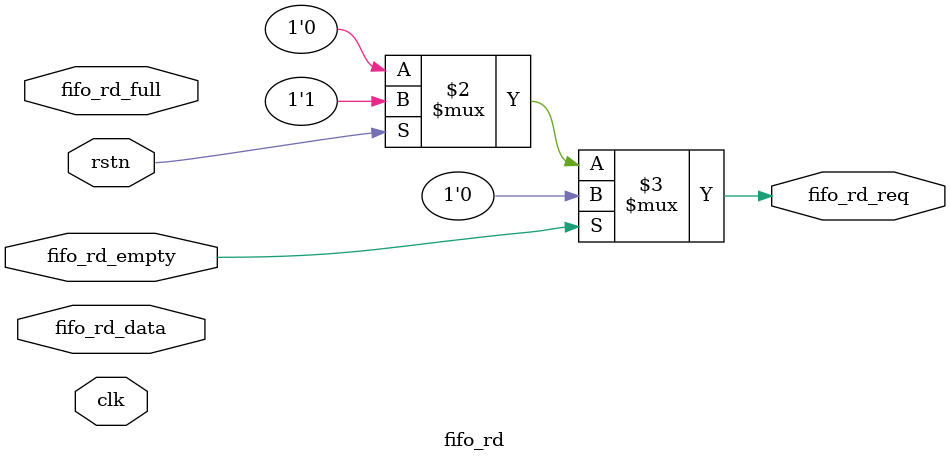
<source format=v>

module fifo_rd
(
	input							clk,
	input							rstn,

	input							fifo_rd_full,
	input							fifo_rd_empty,
	output 		 				fifo_rd_req,
	input      [ 7:0]	fifo_rd_data
);

// Counter for data
reg [ 7:0]					fifo_rd_cnt;

// Data valid when fifo not empty
assign fifo_rd_req = !fifo_rd_empty ? (rstn ? 1'b1 : 1'b0) : 1'b0;

// Read fifo when fifo not empty
always @(posedge clk or negedge rstn)
begin
	if(!rstn)
		fifo_rd_cnt <= 8'd0;
	else if(fifo_rd_empty == 1)
		fifo_rd_cnt <= fifo_rd_cnt;
	else
		fifo_rd_cnt <= fifo_rd_cnt + 1'b1;
end

//// Counter for data
//reg [ 1:0]					fifo_rd_flow;
//// Read fifo
//always @(posedge clk or negedge rstn)
//begin
//	if(!rstn)
//	begin
//		fifo_rd_req <= 1'b0;
//		fifo_rd_flow <= 2'b0;
//	end
//	else
//	begin
//		case(fifo_rd_flow)
//			2'd0:
//			begin
//				if(fifo_rd_full)
//				begin
//					fifo_rd_req <= 1'b1;
//					fifo_rd_flow <= fifo_rd_flow + 1'b1;
//				end
//				else
//					fifo_rd_flow <= fifo_rd_flow;
//			end
//			2'd1:
//			begin
//				if(fifo_rd_empty)
//				begin
//					fifo_rd_req <= 1'b0;
//					fifo_rd_flow <= 2'b0;
//				end
//				else
//					fifo_rd_req <= 1'b1;
//			end
//		endcase
//	end
//end

endmodule
						

</source>
